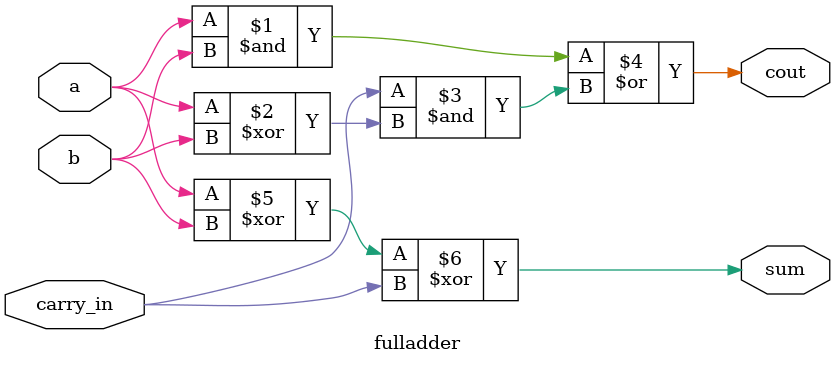
<source format=v>
module fulladder (
    input a,
    input b,
    input carry_in,
    output cout, 
    output sum
);
    // Carry Out Logic
    assign cout = (a & b) | (carry_in & (a ^ b)); 
    // Sum Logic
    assign sum = (a ^ b) ^ carry_in;
endmodule
</source>
